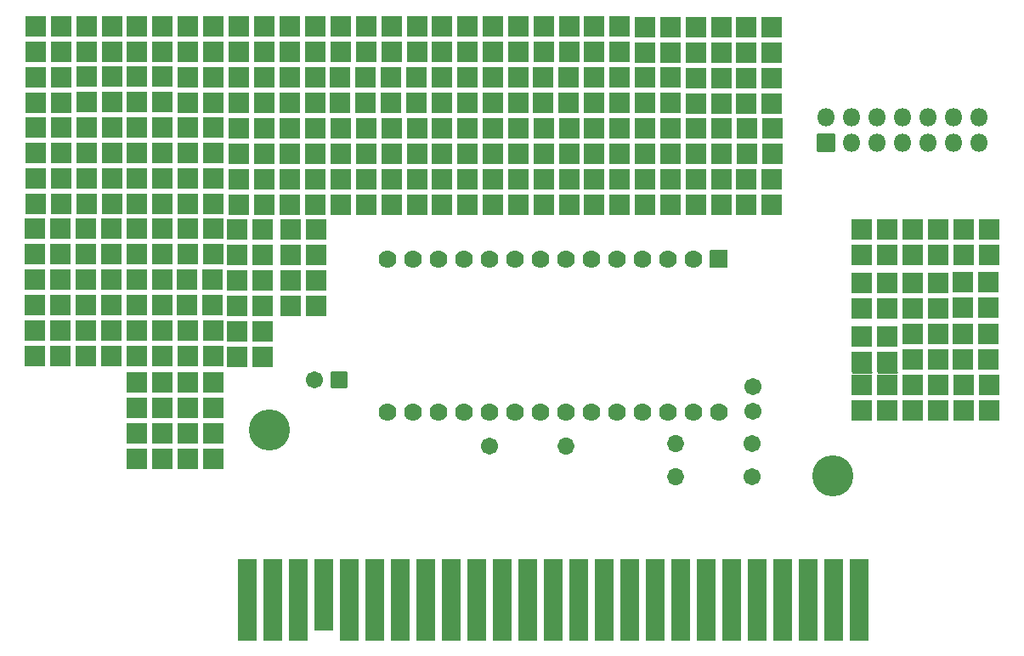
<source format=gbr>
G04 #@! TF.GenerationSoftware,KiCad,Pcbnew,(6.0.7)*
G04 #@! TF.CreationDate,2023-01-05T13:14:55+00:00*
G04 #@! TF.ProjectId,msx_eeprom,6d73785f-6565-4707-926f-6d2e6b696361,rev?*
G04 #@! TF.SameCoordinates,Original*
G04 #@! TF.FileFunction,Soldermask,Top*
G04 #@! TF.FilePolarity,Negative*
%FSLAX46Y46*%
G04 Gerber Fmt 4.6, Leading zero omitted, Abs format (unit mm)*
G04 Created by KiCad (PCBNEW (6.0.7)) date 2023-01-05 13:14:55*
%MOMM*%
%LPD*%
G01*
G04 APERTURE LIST*
G04 Aperture macros list*
%AMRoundRect*
0 Rectangle with rounded corners*
0 $1 Rounding radius*
0 $2 $3 $4 $5 $6 $7 $8 $9 X,Y pos of 4 corners*
0 Add a 4 corners polygon primitive as box body*
4,1,4,$2,$3,$4,$5,$6,$7,$8,$9,$2,$3,0*
0 Add four circle primitives for the rounded corners*
1,1,$1+$1,$2,$3*
1,1,$1+$1,$4,$5*
1,1,$1+$1,$6,$7*
1,1,$1+$1,$8,$9*
0 Add four rect primitives between the rounded corners*
20,1,$1+$1,$2,$3,$4,$5,0*
20,1,$1+$1,$4,$5,$6,$7,0*
20,1,$1+$1,$6,$7,$8,$9,0*
20,1,$1+$1,$8,$9,$2,$3,0*%
G04 Aperture macros list end*
%ADD10RoundRect,0.051000X-0.999490X-0.999490X0.999490X-0.999490X0.999490X0.999490X-0.999490X0.999490X0*%
%ADD11RoundRect,0.051000X-0.838200X0.838200X-0.838200X-0.838200X0.838200X-0.838200X0.838200X0.838200X0*%
%ADD12C,1.778400*%
%ADD13C,1.702000*%
%ADD14O,1.702000X1.702000*%
%ADD15RoundRect,0.051000X0.800000X0.800000X-0.800000X0.800000X-0.800000X-0.800000X0.800000X-0.800000X0*%
%ADD16C,4.102000*%
%ADD17RoundRect,0.051000X-0.900000X-4.000000X0.900000X-4.000000X0.900000X4.000000X-0.900000X4.000000X0*%
%ADD18RoundRect,0.051000X-0.900000X-3.500000X0.900000X-3.500000X0.900000X3.500000X-0.900000X3.500000X0*%
%ADD19RoundRect,0.051000X0.850000X-0.850000X0.850000X0.850000X-0.850000X0.850000X-0.850000X-0.850000X0*%
%ADD20O,1.802000X1.802000*%
G04 APERTURE END LIST*
D10*
X130347720Y-61330840D03*
X132887720Y-61330840D03*
X130347720Y-63870840D03*
X132887720Y-63870840D03*
X115183920Y-56266080D03*
X117723920Y-56266080D03*
X115183920Y-58806080D03*
X117723920Y-58806080D03*
X89860120Y-56230520D03*
X92400120Y-56230520D03*
X89860120Y-58770520D03*
X92400120Y-58770520D03*
X125303280Y-61330840D03*
X127843280Y-61330840D03*
X125303280Y-63870840D03*
X127843280Y-63870840D03*
X115163600Y-61330840D03*
X117703600Y-61330840D03*
X115163600Y-63870840D03*
X117703600Y-63870840D03*
X120223280Y-61351160D03*
X122763280Y-61351160D03*
X120223280Y-63891160D03*
X122763280Y-63891160D03*
X110119160Y-61330840D03*
X112659160Y-61330840D03*
X110119160Y-63870840D03*
X112659160Y-63870840D03*
X105023920Y-61305440D03*
X107563920Y-61305440D03*
X105023920Y-63845440D03*
X107563920Y-63845440D03*
X94919800Y-61285120D03*
X97459800Y-61285120D03*
X94919800Y-63825120D03*
X97459800Y-63825120D03*
X99984560Y-56220360D03*
X102524560Y-56220360D03*
X99984560Y-58760360D03*
X102524560Y-58760360D03*
X135407400Y-61351160D03*
X137947400Y-61351160D03*
X135407400Y-63891160D03*
X137947400Y-63891160D03*
X140482320Y-56286400D03*
X143022320Y-56286400D03*
X140482320Y-58826400D03*
X143022320Y-58826400D03*
X105003600Y-76428600D03*
X107543600Y-76428600D03*
X105003600Y-78968600D03*
X107543600Y-78968600D03*
X94899480Y-76408280D03*
X97439480Y-76408280D03*
X94899480Y-78948280D03*
X97439480Y-78948280D03*
X99991080Y-96779260D03*
X102531080Y-96779260D03*
X99991080Y-99319260D03*
X102531080Y-99319260D03*
X105045680Y-91709420D03*
X107585680Y-91709420D03*
X105045680Y-94249420D03*
X107585680Y-94249420D03*
D11*
X157949900Y-79425800D03*
D12*
X155409900Y-79425800D03*
X152869900Y-79425800D03*
X150329900Y-79425800D03*
X147789900Y-79425800D03*
X145249900Y-79425800D03*
X142709900Y-79425800D03*
X140169900Y-79425800D03*
X137629900Y-79425800D03*
X135089900Y-79425800D03*
X132549900Y-79425800D03*
X130009900Y-79425800D03*
X127469900Y-79425800D03*
X124929900Y-79425800D03*
X124929900Y-94665800D03*
X127469900Y-94665800D03*
X130009900Y-94665800D03*
X132549900Y-94665800D03*
X135089900Y-94665800D03*
X137629900Y-94665800D03*
X140169900Y-94665800D03*
X142709900Y-94665800D03*
X145249900Y-94665800D03*
X147789900Y-94665800D03*
X150329900Y-94665800D03*
X152869900Y-94665800D03*
X155409900Y-94665800D03*
X157949900Y-94665800D03*
D10*
X99965680Y-91719580D03*
X102505680Y-91719580D03*
X99965680Y-94259580D03*
X102505680Y-94259580D03*
X105071080Y-96769100D03*
X107611080Y-96769100D03*
X105071080Y-99309100D03*
X107611080Y-99309100D03*
D13*
X135128000Y-98044000D03*
D14*
X142748000Y-98044000D03*
D10*
X125328680Y-66390520D03*
X127868680Y-66390520D03*
X125328680Y-68930520D03*
X127868680Y-68930520D03*
X140462000Y-61351160D03*
X143002000Y-61351160D03*
X140462000Y-63891160D03*
X143002000Y-63891160D03*
X99964240Y-61285120D03*
X102504240Y-61285120D03*
X99964240Y-63825120D03*
X102504240Y-63825120D03*
X110144560Y-66390520D03*
X112684560Y-66390520D03*
X110144560Y-68930520D03*
X112684560Y-68930520D03*
X115189000Y-66390520D03*
X117729000Y-66390520D03*
X115189000Y-68930520D03*
X117729000Y-68930520D03*
X89839800Y-61295280D03*
X92379800Y-61295280D03*
X89839800Y-63835280D03*
X92379800Y-63835280D03*
X105049320Y-66365120D03*
X107589320Y-66365120D03*
X105049320Y-68905120D03*
X107589320Y-68905120D03*
X94945200Y-66344800D03*
X97485200Y-66344800D03*
X94945200Y-68884800D03*
X97485200Y-68884800D03*
X130373120Y-66390520D03*
X132913120Y-66390520D03*
X130373120Y-68930520D03*
X132913120Y-68930520D03*
X135432800Y-66410840D03*
X137972800Y-66410840D03*
X135432800Y-68950840D03*
X137972800Y-68950840D03*
X140467080Y-71475600D03*
X143007080Y-71475600D03*
X140467080Y-74015600D03*
X143007080Y-74015600D03*
X125308360Y-71455280D03*
X127848360Y-71455280D03*
X125308360Y-73995280D03*
X127848360Y-73995280D03*
X130352800Y-71455280D03*
X132892800Y-71455280D03*
X130352800Y-73995280D03*
X132892800Y-73995280D03*
X135412480Y-71475600D03*
X137952480Y-71475600D03*
X135412480Y-74015600D03*
X137952480Y-74015600D03*
D13*
X161290000Y-101092000D03*
D14*
X153670000Y-101092000D03*
D15*
X120142000Y-91440000D03*
D13*
X117642000Y-91440000D03*
X161290000Y-97790000D03*
D14*
X153670000Y-97790000D03*
D13*
X161353500Y-94640400D03*
X161353500Y-92140400D03*
D16*
X113132260Y-96451520D03*
X169331640Y-101046000D03*
D17*
X171947840Y-113383440D03*
X169407840Y-113383440D03*
X166867840Y-113383440D03*
X164327840Y-113383440D03*
X161787840Y-113383440D03*
X159247840Y-113383440D03*
X156707840Y-113383440D03*
X154167840Y-113383440D03*
X151627840Y-113383440D03*
X149087840Y-113383440D03*
X146547840Y-113383440D03*
X144007840Y-113383440D03*
X141467840Y-113383440D03*
X138927840Y-113383440D03*
X136387840Y-113383440D03*
X133847840Y-113383440D03*
X131307840Y-113383440D03*
X128767840Y-113383440D03*
X126227840Y-113383440D03*
X123687840Y-113383440D03*
X121147840Y-113383440D03*
D18*
X118602760Y-112890680D03*
D17*
X116067840Y-113383440D03*
X113527840Y-113383440D03*
X110987840Y-113383440D03*
D10*
X94940120Y-56220360D03*
X97480120Y-56220360D03*
X94940120Y-58760360D03*
X97480120Y-58760360D03*
X110139480Y-56266080D03*
X112679480Y-56266080D03*
X110139480Y-58806080D03*
X112679480Y-58806080D03*
X99923600Y-81473040D03*
X102463600Y-81473040D03*
X99923600Y-84013040D03*
X102463600Y-84013040D03*
X89824560Y-86542880D03*
X92364560Y-86542880D03*
X89824560Y-89082880D03*
X92364560Y-89082880D03*
X94904560Y-86532720D03*
X97444560Y-86532720D03*
X94904560Y-89072720D03*
X97444560Y-89072720D03*
X89799160Y-81483200D03*
X92339160Y-81483200D03*
X89799160Y-84023200D03*
X92339160Y-84023200D03*
X105008680Y-86553040D03*
X107548680Y-86553040D03*
X105008680Y-89093040D03*
X107548680Y-89093040D03*
X89819480Y-76418440D03*
X92359480Y-76418440D03*
X89819480Y-78958440D03*
X92359480Y-78958440D03*
X135427720Y-56286400D03*
X137967720Y-56286400D03*
X135427720Y-58826400D03*
X137967720Y-58826400D03*
X120243600Y-56286400D03*
X122783600Y-56286400D03*
X120243600Y-58826400D03*
X122783600Y-58826400D03*
X99943920Y-76408280D03*
X102483920Y-76408280D03*
X99943920Y-78948280D03*
X102483920Y-78948280D03*
X125323600Y-56266080D03*
X127863600Y-56266080D03*
X125323600Y-58806080D03*
X127863600Y-58806080D03*
X130368040Y-56266080D03*
X132908040Y-56266080D03*
X130368040Y-58806080D03*
X132908040Y-58806080D03*
X99949000Y-86532720D03*
X102489000Y-86532720D03*
X99949000Y-89072720D03*
X102489000Y-89072720D03*
X105044240Y-56240680D03*
X107584240Y-56240680D03*
X105044240Y-58780680D03*
X107584240Y-58780680D03*
X140487400Y-66410840D03*
X143027400Y-66410840D03*
X140487400Y-68950840D03*
X143027400Y-68950840D03*
X94924880Y-71409560D03*
X97464880Y-71409560D03*
X94924880Y-73949560D03*
X97464880Y-73949560D03*
X99969320Y-71409560D03*
X102509320Y-71409560D03*
X99969320Y-73949560D03*
X102509320Y-73949560D03*
X120248680Y-66410840D03*
X122788680Y-66410840D03*
X120248680Y-68950840D03*
X122788680Y-68950840D03*
X99989640Y-66344800D03*
X102529640Y-66344800D03*
X99989640Y-68884800D03*
X102529640Y-68884800D03*
X110124240Y-71455280D03*
X112664240Y-71455280D03*
X110124240Y-73995280D03*
X112664240Y-73995280D03*
X115168680Y-71455280D03*
X117708680Y-71455280D03*
X115168680Y-73995280D03*
X117708680Y-73995280D03*
X120228360Y-71475600D03*
X122768360Y-71475600D03*
X120228360Y-74015600D03*
X122768360Y-74015600D03*
X89844880Y-71419720D03*
X92384880Y-71419720D03*
X89844880Y-73959720D03*
X92384880Y-73959720D03*
X105029000Y-71429880D03*
X107569000Y-71429880D03*
X105029000Y-73969880D03*
X107569000Y-73969880D03*
X89865200Y-66354960D03*
X92405200Y-66354960D03*
X89865200Y-68894960D03*
X92405200Y-68894960D03*
X94879160Y-81473040D03*
X97419160Y-81473040D03*
X94879160Y-84013040D03*
X97419160Y-84013040D03*
X104983280Y-81493360D03*
X107523280Y-81493360D03*
X104983280Y-84033360D03*
X107523280Y-84033360D03*
X150571200Y-71495920D03*
X153111200Y-71495920D03*
X150571200Y-74035920D03*
X153111200Y-74035920D03*
X150591520Y-66431160D03*
X153131520Y-66431160D03*
X150591520Y-68971160D03*
X153131520Y-68971160D03*
X155635960Y-71501000D03*
X158175960Y-71501000D03*
X155635960Y-74041000D03*
X158175960Y-74041000D03*
X160680400Y-71501000D03*
X163220400Y-71501000D03*
X160680400Y-74041000D03*
X163220400Y-74041000D03*
X150586440Y-56306720D03*
X153126440Y-56306720D03*
X150586440Y-58846720D03*
X153126440Y-58846720D03*
X145526760Y-56286400D03*
X148066760Y-56286400D03*
X145526760Y-58826400D03*
X148066760Y-58826400D03*
X145511520Y-71475600D03*
X148051520Y-71475600D03*
X145511520Y-74015600D03*
X148051520Y-74015600D03*
X155656280Y-66436240D03*
X158196280Y-66436240D03*
X155656280Y-68976240D03*
X158196280Y-68976240D03*
X145531840Y-66410840D03*
X148071840Y-66410840D03*
X145531840Y-68950840D03*
X148071840Y-68950840D03*
X160700720Y-66436240D03*
X163240720Y-66436240D03*
X160700720Y-68976240D03*
X163240720Y-68976240D03*
X155630880Y-61376560D03*
X158170880Y-61376560D03*
X155630880Y-63916560D03*
X158170880Y-63916560D03*
X150566120Y-61371480D03*
X153106120Y-61371480D03*
X150566120Y-63911480D03*
X153106120Y-63911480D03*
X160675320Y-61376560D03*
X163215320Y-61376560D03*
X160675320Y-63916560D03*
X163215320Y-63916560D03*
X155651200Y-56311800D03*
X158191200Y-56311800D03*
X155651200Y-58851800D03*
X158191200Y-58851800D03*
X145506440Y-61351160D03*
X148046440Y-61351160D03*
X145506440Y-63891160D03*
X148046440Y-63891160D03*
D19*
X168656000Y-67818000D03*
D20*
X168656000Y-65278000D03*
X171196000Y-67818000D03*
X171196000Y-65278000D03*
X173736000Y-67818000D03*
X173736000Y-65278000D03*
X176276000Y-67818000D03*
X176276000Y-65278000D03*
X178816000Y-67818000D03*
X178816000Y-65278000D03*
X181356000Y-67818000D03*
X181356000Y-65278000D03*
X183896000Y-67818000D03*
X183896000Y-65278000D03*
D10*
X160695640Y-56311800D03*
X163235640Y-56311800D03*
X160695640Y-58851800D03*
X163235640Y-58851800D03*
X177292000Y-86868000D03*
X179832000Y-86868000D03*
X177292000Y-89408000D03*
X179832000Y-89408000D03*
X109982000Y-86614000D03*
X112522000Y-86614000D03*
X109982000Y-89154000D03*
X112522000Y-89154000D03*
X177292000Y-76454000D03*
X179832000Y-76454000D03*
X177292000Y-78994000D03*
X179832000Y-78994000D03*
X182372000Y-91948000D03*
X184912000Y-91948000D03*
X182372000Y-94488000D03*
X184912000Y-94488000D03*
X172212000Y-91948000D03*
X174752000Y-91948000D03*
X172212000Y-94488000D03*
X174752000Y-94488000D03*
X115316000Y-81534000D03*
X117856000Y-81534000D03*
X115316000Y-84074000D03*
X117856000Y-84074000D03*
X182285640Y-81711800D03*
X184825640Y-81711800D03*
X182285640Y-84251800D03*
X184825640Y-84251800D03*
X172212000Y-76454000D03*
X174752000Y-76454000D03*
X172212000Y-78994000D03*
X174752000Y-78994000D03*
X109982000Y-81534000D03*
X112522000Y-81534000D03*
X109982000Y-84074000D03*
X112522000Y-84074000D03*
X109982000Y-76454000D03*
X112522000Y-76454000D03*
X109982000Y-78994000D03*
X112522000Y-78994000D03*
X115316000Y-76454000D03*
X117856000Y-76454000D03*
X115316000Y-78994000D03*
X117856000Y-78994000D03*
X177292000Y-91948000D03*
X179832000Y-91948000D03*
X177292000Y-94488000D03*
X179832000Y-94488000D03*
X177292000Y-81788000D03*
X179832000Y-81788000D03*
X177292000Y-84328000D03*
X179832000Y-84328000D03*
X172212000Y-81788000D03*
X174752000Y-81788000D03*
X172212000Y-84328000D03*
X174752000Y-84328000D03*
X182372000Y-76454000D03*
X184912000Y-76454000D03*
X182372000Y-78994000D03*
X184912000Y-78994000D03*
X172212000Y-87122000D03*
X174752000Y-87122000D03*
X172212000Y-89662000D03*
X174752000Y-89662000D03*
X182285640Y-86868000D03*
X184825640Y-86868000D03*
X182285640Y-89408000D03*
X184825640Y-89408000D03*
G36*
X173234498Y-90707478D02*
G01*
X173234037Y-90708892D01*
X173194714Y-90755946D01*
X173186083Y-90824661D01*
X173216048Y-90887292D01*
X173230058Y-90899432D01*
X173230712Y-90901322D01*
X173229402Y-90902833D01*
X173228358Y-90902905D01*
X173211291Y-90899510D01*
X171212709Y-90899510D01*
X171193772Y-90903277D01*
X171192609Y-90904054D01*
X171190613Y-90904185D01*
X171189502Y-90902522D01*
X171189963Y-90901108D01*
X171229286Y-90854054D01*
X171237917Y-90785339D01*
X171207952Y-90722708D01*
X171193942Y-90710568D01*
X171193288Y-90708678D01*
X171194598Y-90707167D01*
X171195642Y-90707095D01*
X171212709Y-90710490D01*
X173211291Y-90710490D01*
X173230228Y-90706723D01*
X173231391Y-90705946D01*
X173233387Y-90705815D01*
X173234498Y-90707478D01*
G37*
G36*
X175774498Y-90707478D02*
G01*
X175774037Y-90708892D01*
X175734714Y-90755946D01*
X175726083Y-90824661D01*
X175756048Y-90887292D01*
X175770058Y-90899432D01*
X175770712Y-90901322D01*
X175769402Y-90902833D01*
X175768358Y-90902905D01*
X175751291Y-90899510D01*
X173752709Y-90899510D01*
X173733772Y-90903277D01*
X173732609Y-90904054D01*
X173730613Y-90904185D01*
X173729502Y-90902522D01*
X173729963Y-90901108D01*
X173769286Y-90854054D01*
X173777917Y-90785339D01*
X173747952Y-90722708D01*
X173733942Y-90710568D01*
X173733288Y-90708678D01*
X173734598Y-90707167D01*
X173735642Y-90707095D01*
X173752709Y-90710490D01*
X175751291Y-90710490D01*
X175770228Y-90706723D01*
X175771391Y-90705946D01*
X175773387Y-90705815D01*
X175774498Y-90707478D01*
G37*
M02*

</source>
